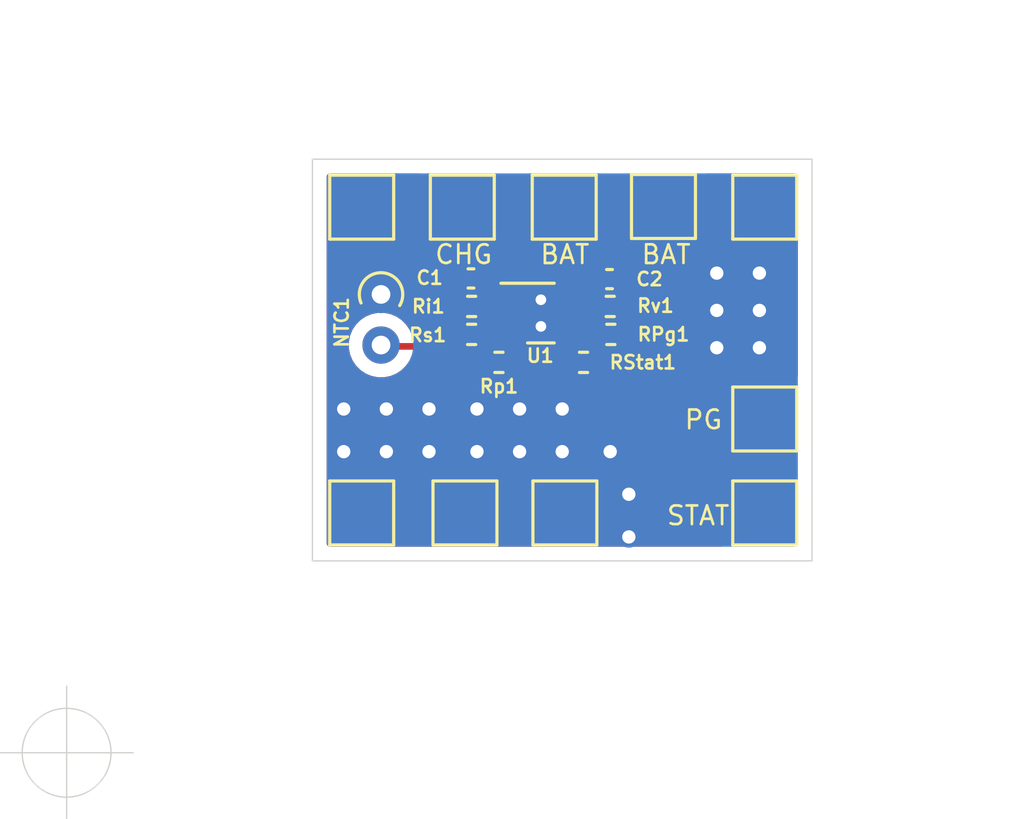
<source format=kicad_pcb>
(kicad_pcb (version 20171130) (host pcbnew "(5.1.8)-1")

  (general
    (thickness 1.6)
    (drawings 10)
    (tracks 97)
    (zones 0)
    (modules 20)
    (nets 12)
  )

  (page A4)
  (layers
    (0 F.Cu signal)
    (31 B.Cu signal)
    (32 B.Adhes user hide)
    (33 F.Adhes user hide)
    (34 B.Paste user)
    (35 F.Paste user)
    (36 B.SilkS user)
    (37 F.SilkS user)
    (38 B.Mask user hide)
    (39 F.Mask user hide)
    (40 Dwgs.User user hide)
    (41 Cmts.User user hide)
    (42 Eco1.User user hide)
    (43 Eco2.User user)
    (44 Edge.Cuts user)
    (45 Margin user hide)
    (46 B.CrtYd user hide)
    (47 F.CrtYd user hide)
    (48 B.Fab user hide)
    (49 F.Fab user hide)
  )

  (setup
    (last_trace_width 0.25)
    (trace_clearance 0.2)
    (zone_clearance 0.508)
    (zone_45_only no)
    (trace_min 0.2)
    (via_size 0.8)
    (via_drill 0.4)
    (via_min_size 0.4)
    (via_min_drill 0.3)
    (uvia_size 0.3)
    (uvia_drill 0.1)
    (uvias_allowed no)
    (uvia_min_size 0.2)
    (uvia_min_drill 0.1)
    (edge_width 0.05)
    (segment_width 0.2)
    (pcb_text_width 0.3)
    (pcb_text_size 1.5 1.5)
    (mod_edge_width 0.12)
    (mod_text_size 1 1)
    (mod_text_width 0.15)
    (pad_size 0.6 0.6)
    (pad_drill 0.4)
    (pad_to_mask_clearance 0)
    (aux_axis_origin 136.8 100.2)
    (grid_origin 136.8 100.2)
    (visible_elements 7FFFFFFF)
    (pcbplotparams
      (layerselection 0x010fc_ffffffff)
      (usegerberextensions false)
      (usegerberattributes true)
      (usegerberadvancedattributes true)
      (creategerberjobfile true)
      (excludeedgelayer true)
      (linewidth 0.100000)
      (plotframeref false)
      (viasonmask false)
      (mode 1)
      (useauxorigin false)
      (hpglpennumber 1)
      (hpglpenspeed 20)
      (hpglpendiameter 15.000000)
      (psnegative false)
      (psa4output false)
      (plotreference true)
      (plotvalue true)
      (plotinvisibletext false)
      (padsonsilk false)
      (subtractmaskfromsilk false)
      (outputformat 1)
      (mirror false)
      (drillshape 0)
      (scaleselection 1)
      (outputdirectory "Output/"))
  )

  (net 0 "")
  (net 1 GND)
  (net 2 IN)
  (net 3 BAT)
  (net 4 "Net-(NTC1-Pad2)")
  (net 5 "Net-(Ri1-Pad1)")
  (net 6 "Net-(Rp1-Pad2)")
  (net 7 PG)
  (net 8 "Net-(RPg1-Pad1)")
  (net 9 STAT)
  (net 10 "Net-(RStat1-Pad1)")
  (net 11 "Net-(Rv1-Pad1)")

  (net_class Default "This is the default net class."
    (clearance 0.2)
    (trace_width 0.25)
    (via_dia 0.8)
    (via_drill 0.4)
    (uvia_dia 0.3)
    (uvia_drill 0.1)
    (add_net BAT)
    (add_net GND)
    (add_net IN)
    (add_net "Net-(NTC1-Pad2)")
    (add_net "Net-(RPg1-Pad1)")
    (add_net "Net-(RStat1-Pad1)")
    (add_net "Net-(Ri1-Pad1)")
    (add_net "Net-(Rp1-Pad2)")
    (add_net "Net-(Rv1-Pad1)")
    (add_net PG)
    (add_net STAT)
  )

  (module TestPoint:TestPoint_Pad_2.0x2.0mm (layer F.Cu) (tedit 5A0F774F) (tstamp 608878E8)
    (at 159.2 79.7)
    (descr "SMD rectangular pad as test Point, square 2.0mm side length")
    (tags "test point SMD pad rectangle square")
    (path /608C64A7)
    (attr virtual)
    (fp_text reference J9 (at 0 -1.998) (layer F.SilkS) hide
      (effects (font (size 1 1) (thickness 0.15)))
    )
    (fp_text value Conn_01x01 (at 0 2.05) (layer F.Fab)
      (effects (font (size 1 1) (thickness 0.15)))
    )
    (fp_line (start -1.2 -1.2) (end 1.2 -1.2) (layer F.SilkS) (width 0.12))
    (fp_line (start 1.2 -1.2) (end 1.2 1.2) (layer F.SilkS) (width 0.12))
    (fp_line (start 1.2 1.2) (end -1.2 1.2) (layer F.SilkS) (width 0.12))
    (fp_line (start -1.2 1.2) (end -1.2 -1.2) (layer F.SilkS) (width 0.12))
    (fp_line (start -1.5 -1.5) (end 1.5 -1.5) (layer F.CrtYd) (width 0.05))
    (fp_line (start -1.5 -1.5) (end -1.5 1.5) (layer F.CrtYd) (width 0.05))
    (fp_line (start 1.5 1.5) (end 1.5 -1.5) (layer F.CrtYd) (width 0.05))
    (fp_line (start 1.5 1.5) (end -1.5 1.5) (layer F.CrtYd) (width 0.05))
    (fp_text user %R (at 0 -2) (layer F.Fab)
      (effects (font (size 1 1) (thickness 0.15)))
    )
    (pad 1 smd rect (at 0 0) (size 2 2) (layers F.Cu F.Mask)
      (net 3 BAT))
  )

  (module TestPoint:TestPoint_Pad_2.0x2.0mm (layer F.Cu) (tedit 5A0F774F) (tstamp 608846AC)
    (at 155.475 79.725)
    (descr "SMD rectangular pad as test Point, square 2.0mm side length")
    (tags "test point SMD pad rectangle square")
    (path /6089823D)
    (attr virtual)
    (fp_text reference J1 (at 0.05 -3.05) (layer F.SilkS) hide
      (effects (font (size 1 1) (thickness 0.15)))
    )
    (fp_text value Conn_01x01 (at 0 2.05) (layer F.Fab)
      (effects (font (size 1 1) (thickness 0.15)))
    )
    (fp_line (start -1.2 -1.2) (end 1.2 -1.2) (layer F.SilkS) (width 0.12))
    (fp_line (start 1.2 -1.2) (end 1.2 1.2) (layer F.SilkS) (width 0.12))
    (fp_line (start 1.2 1.2) (end -1.2 1.2) (layer F.SilkS) (width 0.12))
    (fp_line (start -1.2 1.2) (end -1.2 -1.2) (layer F.SilkS) (width 0.12))
    (fp_line (start -1.5 -1.5) (end 1.5 -1.5) (layer F.CrtYd) (width 0.05))
    (fp_line (start -1.5 -1.5) (end -1.5 1.5) (layer F.CrtYd) (width 0.05))
    (fp_line (start 1.5 1.5) (end 1.5 -1.5) (layer F.CrtYd) (width 0.05))
    (fp_line (start 1.5 1.5) (end -1.5 1.5) (layer F.CrtYd) (width 0.05))
    (fp_text user %R (at 0 -2) (layer F.Fab)
      (effects (font (size 1 1) (thickness 0.15)))
    )
    (pad 1 smd rect (at 0 0) (size 2 2) (layers F.Cu F.Mask)
      (net 3 BAT))
  )

  (module TestPoint:TestPoint_Pad_2.0x2.0mm (layer F.Cu) (tedit 5A0F774F) (tstamp 60885293)
    (at 147.875 79.725)
    (descr "SMD rectangular pad as test Point, square 2.0mm side length")
    (tags "test point SMD pad rectangle square")
    (path /6089DA15)
    (attr virtual)
    (fp_text reference J5 (at -0.475 -2.9) (layer F.SilkS) hide
      (effects (font (size 1 1) (thickness 0.15)))
    )
    (fp_text value Conn_01x01 (at 0 2.05) (layer F.Fab)
      (effects (font (size 1 1) (thickness 0.15)))
    )
    (fp_line (start 1.5 1.5) (end -1.5 1.5) (layer F.CrtYd) (width 0.05))
    (fp_line (start 1.5 1.5) (end 1.5 -1.5) (layer F.CrtYd) (width 0.05))
    (fp_line (start -1.5 -1.5) (end -1.5 1.5) (layer F.CrtYd) (width 0.05))
    (fp_line (start -1.5 -1.5) (end 1.5 -1.5) (layer F.CrtYd) (width 0.05))
    (fp_line (start -1.2 1.2) (end -1.2 -1.2) (layer F.SilkS) (width 0.12))
    (fp_line (start 1.2 1.2) (end -1.2 1.2) (layer F.SilkS) (width 0.12))
    (fp_line (start 1.2 -1.2) (end 1.2 1.2) (layer F.SilkS) (width 0.12))
    (fp_line (start -1.2 -1.2) (end 1.2 -1.2) (layer F.SilkS) (width 0.12))
    (fp_text user %R (at 0 -2) (layer F.Fab)
      (effects (font (size 1 1) (thickness 0.15)))
    )
    (pad 1 smd rect (at 0 0) (size 2 2) (layers F.Cu F.Mask)
      (net 1 GND))
  )

  (module TestPoint:TestPoint_Pad_2.0x2.0mm (layer F.Cu) (tedit 5A0F774F) (tstamp 60885155)
    (at 151.65 79.725)
    (descr "SMD rectangular pad as test Point, square 2.0mm side length")
    (tags "test point SMD pad rectangle square")
    (path /608A61E7)
    (attr virtual)
    (fp_text reference J8 (at 0 -1.998) (layer F.SilkS) hide
      (effects (font (size 1 1) (thickness 0.15)))
    )
    (fp_text value Conn_01x01 (at 0 2.05) (layer F.Fab)
      (effects (font (size 1 1) (thickness 0.15)))
    )
    (fp_line (start -1.2 -1.2) (end 1.2 -1.2) (layer F.SilkS) (width 0.12))
    (fp_line (start 1.2 -1.2) (end 1.2 1.2) (layer F.SilkS) (width 0.12))
    (fp_line (start 1.2 1.2) (end -1.2 1.2) (layer F.SilkS) (width 0.12))
    (fp_line (start -1.2 1.2) (end -1.2 -1.2) (layer F.SilkS) (width 0.12))
    (fp_line (start -1.5 -1.5) (end 1.5 -1.5) (layer F.CrtYd) (width 0.05))
    (fp_line (start -1.5 -1.5) (end -1.5 1.5) (layer F.CrtYd) (width 0.05))
    (fp_line (start 1.5 1.5) (end 1.5 -1.5) (layer F.CrtYd) (width 0.05))
    (fp_line (start 1.5 1.5) (end -1.5 1.5) (layer F.CrtYd) (width 0.05))
    (fp_text user %R (at 0 -2) (layer F.Fab)
      (effects (font (size 1 1) (thickness 0.15)))
    )
    (pad 1 smd rect (at 0 0) (size 2 2) (layers F.Cu F.Mask)
      (net 2 IN))
  )

  (module TestPoint:TestPoint_Pad_2.0x2.0mm (layer F.Cu) (tedit 5A0F774F) (tstamp 60884700)
    (at 151.75 91.2)
    (descr "SMD rectangular pad as test Point, square 2.0mm side length")
    (tags "test point SMD pad rectangle square")
    (path /6089E377)
    (attr virtual)
    (fp_text reference J7 (at 0 -1.998) (layer F.SilkS) hide
      (effects (font (size 1 1) (thickness 0.15)))
    )
    (fp_text value Conn_01x01 (at 0 2.05) (layer F.Fab)
      (effects (font (size 1 1) (thickness 0.15)))
    )
    (fp_line (start -1.2 -1.2) (end 1.2 -1.2) (layer F.SilkS) (width 0.12))
    (fp_line (start 1.2 -1.2) (end 1.2 1.2) (layer F.SilkS) (width 0.12))
    (fp_line (start 1.2 1.2) (end -1.2 1.2) (layer F.SilkS) (width 0.12))
    (fp_line (start -1.2 1.2) (end -1.2 -1.2) (layer F.SilkS) (width 0.12))
    (fp_line (start -1.5 -1.5) (end 1.5 -1.5) (layer F.CrtYd) (width 0.05))
    (fp_line (start -1.5 -1.5) (end -1.5 1.5) (layer F.CrtYd) (width 0.05))
    (fp_line (start 1.5 1.5) (end 1.5 -1.5) (layer F.CrtYd) (width 0.05))
    (fp_line (start 1.5 1.5) (end -1.5 1.5) (layer F.CrtYd) (width 0.05))
    (fp_text user %R (at 0 -2) (layer F.Fab)
      (effects (font (size 1 1) (thickness 0.15)))
    )
    (pad 1 smd rect (at 0 0) (size 2 2) (layers F.Cu F.Mask)
      (net 1 GND))
  )

  (module TestPoint:TestPoint_Pad_2.0x2.0mm (layer F.Cu) (tedit 5A0F774F) (tstamp 608846F2)
    (at 147.875 91.2)
    (descr "SMD rectangular pad as test Point, square 2.0mm side length")
    (tags "test point SMD pad rectangle square")
    (path /6089DF0C)
    (attr virtual)
    (fp_text reference J6 (at 0 -1.998) (layer F.SilkS) hide
      (effects (font (size 1 1) (thickness 0.15)))
    )
    (fp_text value Conn_01x01 (at 0 2.05) (layer F.Fab)
      (effects (font (size 1 1) (thickness 0.15)))
    )
    (fp_line (start -1.2 -1.2) (end 1.2 -1.2) (layer F.SilkS) (width 0.12))
    (fp_line (start 1.2 -1.2) (end 1.2 1.2) (layer F.SilkS) (width 0.12))
    (fp_line (start 1.2 1.2) (end -1.2 1.2) (layer F.SilkS) (width 0.12))
    (fp_line (start -1.2 1.2) (end -1.2 -1.2) (layer F.SilkS) (width 0.12))
    (fp_line (start -1.5 -1.5) (end 1.5 -1.5) (layer F.CrtYd) (width 0.05))
    (fp_line (start -1.5 -1.5) (end -1.5 1.5) (layer F.CrtYd) (width 0.05))
    (fp_line (start 1.5 1.5) (end 1.5 -1.5) (layer F.CrtYd) (width 0.05))
    (fp_line (start 1.5 1.5) (end -1.5 1.5) (layer F.CrtYd) (width 0.05))
    (fp_text user %R (at 0 -2) (layer F.Fab)
      (effects (font (size 1 1) (thickness 0.15)))
    )
    (pad 1 smd rect (at 0 0) (size 2 2) (layers F.Cu F.Mask)
      (net 1 GND))
  )

  (module TestPoint:TestPoint_Pad_2.0x2.0mm (layer F.Cu) (tedit 5A0F774F) (tstamp 608846E4)
    (at 163 79.725)
    (descr "SMD rectangular pad as test Point, square 2.0mm side length")
    (tags "test point SMD pad rectangle square")
    (path /6089DA15)
    (attr virtual)
    (fp_text reference J5 (at -0.475 -2.9) (layer F.SilkS) hide
      (effects (font (size 1 1) (thickness 0.15)))
    )
    (fp_text value Conn_01x01 (at 0 2.05) (layer F.Fab)
      (effects (font (size 1 1) (thickness 0.15)))
    )
    (fp_line (start -1.2 -1.2) (end 1.2 -1.2) (layer F.SilkS) (width 0.12))
    (fp_line (start 1.2 -1.2) (end 1.2 1.2) (layer F.SilkS) (width 0.12))
    (fp_line (start 1.2 1.2) (end -1.2 1.2) (layer F.SilkS) (width 0.12))
    (fp_line (start -1.2 1.2) (end -1.2 -1.2) (layer F.SilkS) (width 0.12))
    (fp_line (start -1.5 -1.5) (end 1.5 -1.5) (layer F.CrtYd) (width 0.05))
    (fp_line (start -1.5 -1.5) (end -1.5 1.5) (layer F.CrtYd) (width 0.05))
    (fp_line (start 1.5 1.5) (end 1.5 -1.5) (layer F.CrtYd) (width 0.05))
    (fp_line (start 1.5 1.5) (end -1.5 1.5) (layer F.CrtYd) (width 0.05))
    (fp_text user %R (at 0 -2) (layer F.Fab)
      (effects (font (size 1 1) (thickness 0.15)))
    )
    (pad 1 smd rect (at 0 0) (size 2 2) (layers F.Cu F.Mask)
      (net 1 GND))
  )

  (module TestPoint:TestPoint_Pad_2.0x2.0mm (layer F.Cu) (tedit 5A0F774F) (tstamp 608846D6)
    (at 155.5 91.2)
    (descr "SMD rectangular pad as test Point, square 2.0mm side length")
    (tags "test point SMD pad rectangle square")
    (path /6089D1FC)
    (attr virtual)
    (fp_text reference J4 (at 0 -1.998) (layer F.SilkS) hide
      (effects (font (size 1 1) (thickness 0.15)))
    )
    (fp_text value Conn_01x01 (at 0 2.05) (layer F.Fab)
      (effects (font (size 1 1) (thickness 0.15)))
    )
    (fp_line (start -1.2 -1.2) (end 1.2 -1.2) (layer F.SilkS) (width 0.12))
    (fp_line (start 1.2 -1.2) (end 1.2 1.2) (layer F.SilkS) (width 0.12))
    (fp_line (start 1.2 1.2) (end -1.2 1.2) (layer F.SilkS) (width 0.12))
    (fp_line (start -1.2 1.2) (end -1.2 -1.2) (layer F.SilkS) (width 0.12))
    (fp_line (start -1.5 -1.5) (end 1.5 -1.5) (layer F.CrtYd) (width 0.05))
    (fp_line (start -1.5 -1.5) (end -1.5 1.5) (layer F.CrtYd) (width 0.05))
    (fp_line (start 1.5 1.5) (end 1.5 -1.5) (layer F.CrtYd) (width 0.05))
    (fp_line (start 1.5 1.5) (end -1.5 1.5) (layer F.CrtYd) (width 0.05))
    (fp_text user %R (at 0 -2) (layer F.Fab)
      (effects (font (size 1 1) (thickness 0.15)))
    )
    (pad 1 smd rect (at 0 0) (size 2 2) (layers F.Cu F.Mask)
      (net 1 GND))
  )

  (module TestPoint:TestPoint_Pad_2.0x2.0mm (layer F.Cu) (tedit 5A0F774F) (tstamp 608846C8)
    (at 163 87.675)
    (descr "SMD rectangular pad as test Point, square 2.0mm side length")
    (tags "test point SMD pad rectangle square")
    (path /6089A24F)
    (attr virtual)
    (fp_text reference J3 (at 0 -1.998) (layer F.SilkS) hide
      (effects (font (size 1 1) (thickness 0.15)))
    )
    (fp_text value Conn_01x01 (at 0 2.05) (layer F.Fab)
      (effects (font (size 1 1) (thickness 0.15)))
    )
    (fp_line (start -1.2 -1.2) (end 1.2 -1.2) (layer F.SilkS) (width 0.12))
    (fp_line (start 1.2 -1.2) (end 1.2 1.2) (layer F.SilkS) (width 0.12))
    (fp_line (start 1.2 1.2) (end -1.2 1.2) (layer F.SilkS) (width 0.12))
    (fp_line (start -1.2 1.2) (end -1.2 -1.2) (layer F.SilkS) (width 0.12))
    (fp_line (start -1.5 -1.5) (end 1.5 -1.5) (layer F.CrtYd) (width 0.05))
    (fp_line (start -1.5 -1.5) (end -1.5 1.5) (layer F.CrtYd) (width 0.05))
    (fp_line (start 1.5 1.5) (end 1.5 -1.5) (layer F.CrtYd) (width 0.05))
    (fp_line (start 1.5 1.5) (end -1.5 1.5) (layer F.CrtYd) (width 0.05))
    (fp_text user %R (at 0 -2) (layer F.Fab)
      (effects (font (size 1 1) (thickness 0.15)))
    )
    (pad 1 smd rect (at 0 0) (size 2 2) (layers F.Cu F.Mask)
      (net 7 PG))
  )

  (module TestPoint:TestPoint_Pad_2.0x2.0mm (layer F.Cu) (tedit 5A0F774F) (tstamp 608846BA)
    (at 163 91.2)
    (descr "SMD rectangular pad as test Point, square 2.0mm side length")
    (tags "test point SMD pad rectangle square")
    (path /60899C04)
    (attr virtual)
    (fp_text reference J2 (at 0 -1.998) (layer F.SilkS) hide
      (effects (font (size 1 1) (thickness 0.15)))
    )
    (fp_text value Conn_01x01 (at 0 2.05) (layer F.Fab)
      (effects (font (size 1 1) (thickness 0.15)))
    )
    (fp_line (start -1.2 -1.2) (end 1.2 -1.2) (layer F.SilkS) (width 0.12))
    (fp_line (start 1.2 -1.2) (end 1.2 1.2) (layer F.SilkS) (width 0.12))
    (fp_line (start 1.2 1.2) (end -1.2 1.2) (layer F.SilkS) (width 0.12))
    (fp_line (start -1.2 1.2) (end -1.2 -1.2) (layer F.SilkS) (width 0.12))
    (fp_line (start -1.5 -1.5) (end 1.5 -1.5) (layer F.CrtYd) (width 0.05))
    (fp_line (start -1.5 -1.5) (end -1.5 1.5) (layer F.CrtYd) (width 0.05))
    (fp_line (start 1.5 1.5) (end 1.5 -1.5) (layer F.CrtYd) (width 0.05))
    (fp_line (start 1.5 1.5) (end -1.5 1.5) (layer F.CrtYd) (width 0.05))
    (fp_text user %R (at 0 -2) (layer F.Fab)
      (effects (font (size 1 1) (thickness 0.15)))
    )
    (pad 1 smd rect (at 0 0) (size 2 2) (layers F.Cu F.Mask)
      (net 9 STAT))
  )

  (module Resistor_SMD:R_0402_1005Metric (layer F.Cu) (tedit 5F68FEEE) (tstamp 6087BE6F)
    (at 157.2 83.45)
    (descr "Resistor SMD 0402 (1005 Metric), square (rectangular) end terminal, IPC_7351 nominal, (Body size source: IPC-SM-782 page 72, https://www.pcb-3d.com/wordpress/wp-content/uploads/ipc-sm-782a_amendment_1_and_2.pdf), generated with kicad-footprint-generator")
    (tags resistor)
    (path /6087C9CF)
    (attr smd)
    (fp_text reference Rv1 (at 1.7 -0.025 180) (layer F.SilkS)
      (effects (font (size 0.5 0.5) (thickness 0.1)))
    )
    (fp_text value 27K (at 0 1.17) (layer F.Fab)
      (effects (font (size 1 1) (thickness 0.15)))
    )
    (fp_line (start -0.525 0.27) (end -0.525 -0.27) (layer F.Fab) (width 0.1))
    (fp_line (start -0.525 -0.27) (end 0.525 -0.27) (layer F.Fab) (width 0.1))
    (fp_line (start 0.525 -0.27) (end 0.525 0.27) (layer F.Fab) (width 0.1))
    (fp_line (start 0.525 0.27) (end -0.525 0.27) (layer F.Fab) (width 0.1))
    (fp_line (start -0.153641 -0.38) (end 0.153641 -0.38) (layer F.SilkS) (width 0.12))
    (fp_line (start -0.153641 0.38) (end 0.153641 0.38) (layer F.SilkS) (width 0.12))
    (fp_line (start -0.93 0.47) (end -0.93 -0.47) (layer F.CrtYd) (width 0.05))
    (fp_line (start -0.93 -0.47) (end 0.93 -0.47) (layer F.CrtYd) (width 0.05))
    (fp_line (start 0.93 -0.47) (end 0.93 0.47) (layer F.CrtYd) (width 0.05))
    (fp_line (start 0.93 0.47) (end -0.93 0.47) (layer F.CrtYd) (width 0.05))
    (fp_text user %R (at 0 0) (layer F.Fab)
      (effects (font (size 0.26 0.26) (thickness 0.04)))
    )
    (pad 2 smd roundrect (at 0.51 0) (size 0.54 0.64) (layers F.Cu F.Paste F.Mask) (roundrect_rratio 0.25)
      (net 1 GND))
    (pad 1 smd roundrect (at -0.51 0) (size 0.54 0.64) (layers F.Cu F.Paste F.Mask) (roundrect_rratio 0.25)
      (net 11 "Net-(Rv1-Pad1)"))
    (model ${KISYS3DMOD}/Resistor_SMD.3dshapes/R_0402_1005Metric.wrl
      (at (xyz 0 0 0))
      (scale (xyz 1 1 1))
      (rotate (xyz 0 0 0))
    )
  )

  (module Resistor_SMD:R_0402_1005Metric (layer F.Cu) (tedit 5F68FEEE) (tstamp 6087BE5E)
    (at 156.2 85.55)
    (descr "Resistor SMD 0402 (1005 Metric), square (rectangular) end terminal, IPC_7351 nominal, (Body size source: IPC-SM-782 page 72, https://www.pcb-3d.com/wordpress/wp-content/uploads/ipc-sm-782a_amendment_1_and_2.pdf), generated with kicad-footprint-generator")
    (tags resistor)
    (path /608803DB)
    (attr smd)
    (fp_text reference RStat1 (at 2.225 0) (layer F.SilkS)
      (effects (font (size 0.5 0.5) (thickness 0.1)))
    )
    (fp_text value 10K (at 0 1.17) (layer F.Fab)
      (effects (font (size 1 1) (thickness 0.15)))
    )
    (fp_line (start -0.525 0.27) (end -0.525 -0.27) (layer F.Fab) (width 0.1))
    (fp_line (start -0.525 -0.27) (end 0.525 -0.27) (layer F.Fab) (width 0.1))
    (fp_line (start 0.525 -0.27) (end 0.525 0.27) (layer F.Fab) (width 0.1))
    (fp_line (start 0.525 0.27) (end -0.525 0.27) (layer F.Fab) (width 0.1))
    (fp_line (start -0.153641 -0.38) (end 0.153641 -0.38) (layer F.SilkS) (width 0.12))
    (fp_line (start -0.153641 0.38) (end 0.153641 0.38) (layer F.SilkS) (width 0.12))
    (fp_line (start -0.93 0.47) (end -0.93 -0.47) (layer F.CrtYd) (width 0.05))
    (fp_line (start -0.93 -0.47) (end 0.93 -0.47) (layer F.CrtYd) (width 0.05))
    (fp_line (start 0.93 -0.47) (end 0.93 0.47) (layer F.CrtYd) (width 0.05))
    (fp_line (start 0.93 0.47) (end -0.93 0.47) (layer F.CrtYd) (width 0.05))
    (fp_text user %R (at 0 0) (layer F.Fab)
      (effects (font (size 0.26 0.26) (thickness 0.04)))
    )
    (pad 2 smd roundrect (at 0.51 0) (size 0.54 0.64) (layers F.Cu F.Paste F.Mask) (roundrect_rratio 0.25)
      (net 9 STAT))
    (pad 1 smd roundrect (at -0.51 0) (size 0.54 0.64) (layers F.Cu F.Paste F.Mask) (roundrect_rratio 0.25)
      (net 10 "Net-(RStat1-Pad1)"))
    (model ${KISYS3DMOD}/Resistor_SMD.3dshapes/R_0402_1005Metric.wrl
      (at (xyz 0 0 0))
      (scale (xyz 1 1 1))
      (rotate (xyz 0 0 0))
    )
  )

  (module Resistor_SMD:R_0402_1005Metric (layer F.Cu) (tedit 5F68FEEE) (tstamp 6087BE4D)
    (at 152 84.5)
    (descr "Resistor SMD 0402 (1005 Metric), square (rectangular) end terminal, IPC_7351 nominal, (Body size source: IPC-SM-782 page 72, https://www.pcb-3d.com/wordpress/wp-content/uploads/ipc-sm-782a_amendment_1_and_2.pdf), generated with kicad-footprint-generator")
    (tags resistor)
    (path /60883111)
    (attr smd)
    (fp_text reference Rs1 (at -1.65 0.025 180) (layer F.SilkS)
      (effects (font (size 0.5 0.5) (thickness 0.1)))
    )
    (fp_text value 1.9k (at 0 1.17) (layer F.Fab)
      (effects (font (size 1 1) (thickness 0.15)))
    )
    (fp_line (start -0.525 0.27) (end -0.525 -0.27) (layer F.Fab) (width 0.1))
    (fp_line (start -0.525 -0.27) (end 0.525 -0.27) (layer F.Fab) (width 0.1))
    (fp_line (start 0.525 -0.27) (end 0.525 0.27) (layer F.Fab) (width 0.1))
    (fp_line (start 0.525 0.27) (end -0.525 0.27) (layer F.Fab) (width 0.1))
    (fp_line (start -0.153641 -0.38) (end 0.153641 -0.38) (layer F.SilkS) (width 0.12))
    (fp_line (start -0.153641 0.38) (end 0.153641 0.38) (layer F.SilkS) (width 0.12))
    (fp_line (start -0.93 0.47) (end -0.93 -0.47) (layer F.CrtYd) (width 0.05))
    (fp_line (start -0.93 -0.47) (end 0.93 -0.47) (layer F.CrtYd) (width 0.05))
    (fp_line (start 0.93 -0.47) (end 0.93 0.47) (layer F.CrtYd) (width 0.05))
    (fp_line (start 0.93 0.47) (end -0.93 0.47) (layer F.CrtYd) (width 0.05))
    (fp_text user %R (at 0 0) (layer F.Fab)
      (effects (font (size 0.26 0.26) (thickness 0.04)))
    )
    (pad 2 smd roundrect (at 0.51 0) (size 0.54 0.64) (layers F.Cu F.Paste F.Mask) (roundrect_rratio 0.25)
      (net 6 "Net-(Rp1-Pad2)"))
    (pad 1 smd roundrect (at -0.51 0) (size 0.54 0.64) (layers F.Cu F.Paste F.Mask) (roundrect_rratio 0.25)
      (net 4 "Net-(NTC1-Pad2)"))
    (model ${KISYS3DMOD}/Resistor_SMD.3dshapes/R_0402_1005Metric.wrl
      (at (xyz 0 0 0))
      (scale (xyz 1 1 1))
      (rotate (xyz 0 0 0))
    )
  )

  (module Resistor_SMD:R_0402_1005Metric (layer F.Cu) (tedit 5F68FEEE) (tstamp 6087BE3C)
    (at 157.225 84.5)
    (descr "Resistor SMD 0402 (1005 Metric), square (rectangular) end terminal, IPC_7351 nominal, (Body size source: IPC-SM-782 page 72, https://www.pcb-3d.com/wordpress/wp-content/uploads/ipc-sm-782a_amendment_1_and_2.pdf), generated with kicad-footprint-generator")
    (tags resistor)
    (path /6088077E)
    (attr smd)
    (fp_text reference RPg1 (at 1.975 0) (layer F.SilkS)
      (effects (font (size 0.5 0.5) (thickness 0.1)))
    )
    (fp_text value 10K (at 0 1.17) (layer F.Fab)
      (effects (font (size 1 1) (thickness 0.15)))
    )
    (fp_line (start -0.525 0.27) (end -0.525 -0.27) (layer F.Fab) (width 0.1))
    (fp_line (start -0.525 -0.27) (end 0.525 -0.27) (layer F.Fab) (width 0.1))
    (fp_line (start 0.525 -0.27) (end 0.525 0.27) (layer F.Fab) (width 0.1))
    (fp_line (start 0.525 0.27) (end -0.525 0.27) (layer F.Fab) (width 0.1))
    (fp_line (start -0.153641 -0.38) (end 0.153641 -0.38) (layer F.SilkS) (width 0.12))
    (fp_line (start -0.153641 0.38) (end 0.153641 0.38) (layer F.SilkS) (width 0.12))
    (fp_line (start -0.93 0.47) (end -0.93 -0.47) (layer F.CrtYd) (width 0.05))
    (fp_line (start -0.93 -0.47) (end 0.93 -0.47) (layer F.CrtYd) (width 0.05))
    (fp_line (start 0.93 -0.47) (end 0.93 0.47) (layer F.CrtYd) (width 0.05))
    (fp_line (start 0.93 0.47) (end -0.93 0.47) (layer F.CrtYd) (width 0.05))
    (fp_text user %R (at 0 0) (layer F.Fab)
      (effects (font (size 0.26 0.26) (thickness 0.04)))
    )
    (pad 2 smd roundrect (at 0.51 0) (size 0.54 0.64) (layers F.Cu F.Paste F.Mask) (roundrect_rratio 0.25)
      (net 7 PG))
    (pad 1 smd roundrect (at -0.51 0) (size 0.54 0.64) (layers F.Cu F.Paste F.Mask) (roundrect_rratio 0.25)
      (net 8 "Net-(RPg1-Pad1)"))
    (model ${KISYS3DMOD}/Resistor_SMD.3dshapes/R_0402_1005Metric.wrl
      (at (xyz 0 0 0))
      (scale (xyz 1 1 1))
      (rotate (xyz 0 0 0))
    )
  )

  (module Resistor_SMD:R_0402_1005Metric (layer F.Cu) (tedit 5F68FEEE) (tstamp 6087BE2B)
    (at 153.025 85.55 180)
    (descr "Resistor SMD 0402 (1005 Metric), square (rectangular) end terminal, IPC_7351 nominal, (Body size source: IPC-SM-782 page 72, https://www.pcb-3d.com/wordpress/wp-content/uploads/ipc-sm-782a_amendment_1_and_2.pdf), generated with kicad-footprint-generator")
    (tags resistor)
    (path /60886AC0)
    (attr smd)
    (fp_text reference Rp1 (at 0 -0.9) (layer F.SilkS)
      (effects (font (size 0.5 0.5) (thickness 0.1)))
    )
    (fp_text value 400k (at 0 1.17) (layer F.Fab)
      (effects (font (size 1 1) (thickness 0.15)))
    )
    (fp_line (start -0.525 0.27) (end -0.525 -0.27) (layer F.Fab) (width 0.1))
    (fp_line (start -0.525 -0.27) (end 0.525 -0.27) (layer F.Fab) (width 0.1))
    (fp_line (start 0.525 -0.27) (end 0.525 0.27) (layer F.Fab) (width 0.1))
    (fp_line (start 0.525 0.27) (end -0.525 0.27) (layer F.Fab) (width 0.1))
    (fp_line (start -0.153641 -0.38) (end 0.153641 -0.38) (layer F.SilkS) (width 0.12))
    (fp_line (start -0.153641 0.38) (end 0.153641 0.38) (layer F.SilkS) (width 0.12))
    (fp_line (start -0.93 0.47) (end -0.93 -0.47) (layer F.CrtYd) (width 0.05))
    (fp_line (start -0.93 -0.47) (end 0.93 -0.47) (layer F.CrtYd) (width 0.05))
    (fp_line (start 0.93 -0.47) (end 0.93 0.47) (layer F.CrtYd) (width 0.05))
    (fp_line (start 0.93 0.47) (end -0.93 0.47) (layer F.CrtYd) (width 0.05))
    (fp_text user %R (at 0 0) (layer F.Fab)
      (effects (font (size 0.26 0.26) (thickness 0.04)))
    )
    (pad 2 smd roundrect (at 0.51 0 180) (size 0.54 0.64) (layers F.Cu F.Paste F.Mask) (roundrect_rratio 0.25)
      (net 6 "Net-(Rp1-Pad2)"))
    (pad 1 smd roundrect (at -0.51 0 180) (size 0.54 0.64) (layers F.Cu F.Paste F.Mask) (roundrect_rratio 0.25)
      (net 1 GND))
    (model ${KISYS3DMOD}/Resistor_SMD.3dshapes/R_0402_1005Metric.wrl
      (at (xyz 0 0 0))
      (scale (xyz 1 1 1))
      (rotate (xyz 0 0 0))
    )
  )

  (module Resistor_SMD:R_0402_1005Metric (layer F.Cu) (tedit 5F68FEEE) (tstamp 6087BE1A)
    (at 152 83.45 180)
    (descr "Resistor SMD 0402 (1005 Metric), square (rectangular) end terminal, IPC_7351 nominal, (Body size source: IPC-SM-782 page 72, https://www.pcb-3d.com/wordpress/wp-content/uploads/ipc-sm-782a_amendment_1_and_2.pdf), generated with kicad-footprint-generator")
    (tags resistor)
    (path /6087CB85)
    (attr smd)
    (fp_text reference Ri1 (at 1.625 0 180) (layer F.SilkS)
      (effects (font (size 0.5 0.5) (thickness 0.1)))
    )
    (fp_text value 600R (at 0 1.17) (layer F.Fab)
      (effects (font (size 1 1) (thickness 0.15)))
    )
    (fp_line (start -0.525 0.27) (end -0.525 -0.27) (layer F.Fab) (width 0.1))
    (fp_line (start -0.525 -0.27) (end 0.525 -0.27) (layer F.Fab) (width 0.1))
    (fp_line (start 0.525 -0.27) (end 0.525 0.27) (layer F.Fab) (width 0.1))
    (fp_line (start 0.525 0.27) (end -0.525 0.27) (layer F.Fab) (width 0.1))
    (fp_line (start -0.153641 -0.38) (end 0.153641 -0.38) (layer F.SilkS) (width 0.12))
    (fp_line (start -0.153641 0.38) (end 0.153641 0.38) (layer F.SilkS) (width 0.12))
    (fp_line (start -0.93 0.47) (end -0.93 -0.47) (layer F.CrtYd) (width 0.05))
    (fp_line (start -0.93 -0.47) (end 0.93 -0.47) (layer F.CrtYd) (width 0.05))
    (fp_line (start 0.93 -0.47) (end 0.93 0.47) (layer F.CrtYd) (width 0.05))
    (fp_line (start 0.93 0.47) (end -0.93 0.47) (layer F.CrtYd) (width 0.05))
    (fp_text user %R (at 0 0) (layer F.Fab)
      (effects (font (size 0.26 0.26) (thickness 0.04)))
    )
    (pad 2 smd roundrect (at 0.51 0 180) (size 0.54 0.64) (layers F.Cu F.Paste F.Mask) (roundrect_rratio 0.25)
      (net 1 GND))
    (pad 1 smd roundrect (at -0.51 0 180) (size 0.54 0.64) (layers F.Cu F.Paste F.Mask) (roundrect_rratio 0.25)
      (net 5 "Net-(Ri1-Pad1)"))
    (model ${KISYS3DMOD}/Resistor_SMD.3dshapes/R_0402_1005Metric.wrl
      (at (xyz 0 0 0))
      (scale (xyz 1 1 1))
      (rotate (xyz 0 0 0))
    )
  )

  (module Capacitor_SMD:C_0402_1005Metric (layer F.Cu) (tedit 5F68FEEE) (tstamp 6087BDFB)
    (at 157.175 82.425 180)
    (descr "Capacitor SMD 0402 (1005 Metric), square (rectangular) end terminal, IPC_7351 nominal, (Body size source: IPC-SM-782 page 76, https://www.pcb-3d.com/wordpress/wp-content/uploads/ipc-sm-782a_amendment_1_and_2.pdf), generated with kicad-footprint-generator")
    (tags capacitor)
    (path /6087F38E)
    (attr smd)
    (fp_text reference C2 (at -1.5 0) (layer F.SilkS)
      (effects (font (size 0.5 0.5) (thickness 0.1)))
    )
    (fp_text value 1uF (at 0 1.16) (layer F.Fab)
      (effects (font (size 1 1) (thickness 0.15)))
    )
    (fp_line (start -0.5 0.25) (end -0.5 -0.25) (layer F.Fab) (width 0.1))
    (fp_line (start -0.5 -0.25) (end 0.5 -0.25) (layer F.Fab) (width 0.1))
    (fp_line (start 0.5 -0.25) (end 0.5 0.25) (layer F.Fab) (width 0.1))
    (fp_line (start 0.5 0.25) (end -0.5 0.25) (layer F.Fab) (width 0.1))
    (fp_line (start -0.107836 -0.36) (end 0.107836 -0.36) (layer F.SilkS) (width 0.12))
    (fp_line (start -0.107836 0.36) (end 0.107836 0.36) (layer F.SilkS) (width 0.12))
    (fp_line (start -0.91 0.46) (end -0.91 -0.46) (layer F.CrtYd) (width 0.05))
    (fp_line (start -0.91 -0.46) (end 0.91 -0.46) (layer F.CrtYd) (width 0.05))
    (fp_line (start 0.91 -0.46) (end 0.91 0.46) (layer F.CrtYd) (width 0.05))
    (fp_line (start 0.91 0.46) (end -0.91 0.46) (layer F.CrtYd) (width 0.05))
    (fp_text user %R (at 0 0) (layer F.Fab)
      (effects (font (size 0.25 0.25) (thickness 0.04)))
    )
    (pad 2 smd roundrect (at 0.48 0 180) (size 0.56 0.62) (layers F.Cu F.Paste F.Mask) (roundrect_rratio 0.25)
      (net 3 BAT))
    (pad 1 smd roundrect (at -0.48 0 180) (size 0.56 0.62) (layers F.Cu F.Paste F.Mask) (roundrect_rratio 0.25)
      (net 1 GND))
    (model ${KISYS3DMOD}/Capacitor_SMD.3dshapes/C_0402_1005Metric.wrl
      (at (xyz 0 0 0))
      (scale (xyz 1 1 1))
      (rotate (xyz 0 0 0))
    )
  )

  (module Capacitor_SMD:C_0402_1005Metric (layer F.Cu) (tedit 5F68FEEE) (tstamp 6087BDEA)
    (at 151.975 82.4 180)
    (descr "Capacitor SMD 0402 (1005 Metric), square (rectangular) end terminal, IPC_7351 nominal, (Body size source: IPC-SM-782 page 76, https://www.pcb-3d.com/wordpress/wp-content/uploads/ipc-sm-782a_amendment_1_and_2.pdf), generated with kicad-footprint-generator")
    (tags capacitor)
    (path /6087C1AC)
    (attr smd)
    (fp_text reference C1 (at 1.55 0.025) (layer F.SilkS)
      (effects (font (size 0.5 0.5) (thickness 0.1)))
    )
    (fp_text value 1uF (at 0 1.16) (layer F.Fab)
      (effects (font (size 1 1) (thickness 0.15)))
    )
    (fp_line (start -0.5 0.25) (end -0.5 -0.25) (layer F.Fab) (width 0.1))
    (fp_line (start -0.5 -0.25) (end 0.5 -0.25) (layer F.Fab) (width 0.1))
    (fp_line (start 0.5 -0.25) (end 0.5 0.25) (layer F.Fab) (width 0.1))
    (fp_line (start 0.5 0.25) (end -0.5 0.25) (layer F.Fab) (width 0.1))
    (fp_line (start -0.107836 -0.36) (end 0.107836 -0.36) (layer F.SilkS) (width 0.12))
    (fp_line (start -0.107836 0.36) (end 0.107836 0.36) (layer F.SilkS) (width 0.12))
    (fp_line (start -0.91 0.46) (end -0.91 -0.46) (layer F.CrtYd) (width 0.05))
    (fp_line (start -0.91 -0.46) (end 0.91 -0.46) (layer F.CrtYd) (width 0.05))
    (fp_line (start 0.91 -0.46) (end 0.91 0.46) (layer F.CrtYd) (width 0.05))
    (fp_line (start 0.91 0.46) (end -0.91 0.46) (layer F.CrtYd) (width 0.05))
    (fp_text user %R (at 0 0) (layer F.Fab)
      (effects (font (size 0.25 0.25) (thickness 0.04)))
    )
    (pad 2 smd roundrect (at 0.48 0 180) (size 0.56 0.62) (layers F.Cu F.Paste F.Mask) (roundrect_rratio 0.25)
      (net 1 GND))
    (pad 1 smd roundrect (at -0.48 0 180) (size 0.56 0.62) (layers F.Cu F.Paste F.Mask) (roundrect_rratio 0.25)
      (net 2 IN))
    (model ${KISYS3DMOD}/Capacitor_SMD.3dshapes/C_0402_1005Metric.wrl
      (at (xyz 0 0 0))
      (scale (xyz 1 1 1))
      (rotate (xyz 0 0 0))
    )
  )

  (module Package_SON:WSON-8-1EP_2x2mm_P0.5mm_EP0.9x1.6mm_ThermalVias (layer F.Cu) (tedit 6087D64B) (tstamp 6087BE8D)
    (at 154.6 83.7)
    (descr "8-Lead Plastic WSON, 2x2mm Body, 0.5mm Pitch, WSON-8, http://www.ti.com/lit/ds/symlink/lm27761.pdf")
    (tags "WSON 8 1EP ThermalVias")
    (path /6087BA77)
    (attr smd)
    (fp_text reference U1 (at -0.025 1.6 180) (layer F.SilkS)
      (effects (font (size 0.5 0.5) (thickness 0.1)))
    )
    (fp_text value BQ25170 (at 0.01 2.14) (layer F.Fab)
      (effects (font (size 1 1) (thickness 0.15)))
    )
    (fp_line (start -0.5 -1) (end -1 -0.5) (layer F.Fab) (width 0.1))
    (fp_line (start -1 1) (end -1 -0.5) (layer F.Fab) (width 0.1))
    (fp_line (start 1 1) (end -1 1) (layer F.Fab) (width 0.1))
    (fp_line (start 1 -1) (end 1 1) (layer F.Fab) (width 0.1))
    (fp_line (start -0.5 -1) (end 1 -1) (layer F.Fab) (width 0.1))
    (fp_line (start -1.6 -1.25) (end -1.6 1.25) (layer F.CrtYd) (width 0.05))
    (fp_line (start 1.6 -1.25) (end 1.6 1.25) (layer F.CrtYd) (width 0.05))
    (fp_line (start -1.6 -1.25) (end 1.6 -1.25) (layer F.CrtYd) (width 0.05))
    (fp_line (start -1.6 1.25) (end 1.6 1.25) (layer F.CrtYd) (width 0.05))
    (fp_line (start 0.5 1.12) (end -0.5 1.12) (layer F.SilkS) (width 0.12))
    (fp_line (start -1.5 -1.12) (end 0.5 -1.12) (layer F.SilkS) (width 0.12))
    (fp_text user %R (at 0 0) (layer F.Fab)
      (effects (font (size 0.7 0.7) (thickness 0.1)))
    )
    (pad "" smd rect (at 0 -0.4) (size 0.75 0.65) (layers F.Paste))
    (pad "" smd rect (at 0 0.4) (size 0.75 0.65) (layers F.Paste))
    (pad 9 smd rect (at 0 0) (size 0.9 1.6) (layers B.Cu)
      (net 1 GND))
    (pad 6 smd rect (at 0.95 0.25) (size 0.5 0.25) (layers F.Cu F.Paste F.Mask)
      (net 8 "Net-(RPg1-Pad1)"))
    (pad 5 smd rect (at 0.95 0.75) (size 0.5 0.25) (layers F.Cu F.Paste F.Mask)
      (net 10 "Net-(RStat1-Pad1)"))
    (pad 4 smd rect (at -0.95 0.75) (size 0.5 0.25) (layers F.Cu F.Paste F.Mask)
      (net 1 GND))
    (pad 2 smd rect (at -0.95 -0.25) (size 0.5 0.25) (layers F.Cu F.Paste F.Mask)
      (net 5 "Net-(Ri1-Pad1)"))
    (pad 1 smd rect (at -0.95 -0.75) (size 0.5 0.25) (layers F.Cu F.Paste F.Mask)
      (net 2 IN))
    (pad 9 smd rect (at 0 0) (size 0.9 1.6) (layers F.Cu F.Mask)
      (net 1 GND))
    (pad 9 thru_hole circle (at 0 0.5) (size 0.6 0.6) (drill 0.4) (layers *.Cu)
      (net 1 GND))
    (pad 9 thru_hole circle (at 0 -0.5) (size 0.6 0.6) (drill 0.4) (layers *.Cu)
      (net 1 GND))
    (pad 8 smd rect (at 0.95 -0.75) (size 0.5 0.25) (layers F.Cu F.Paste F.Mask)
      (net 3 BAT))
    (pad 7 smd rect (at 0.95 -0.25) (size 0.5 0.25) (layers F.Cu F.Paste F.Mask)
      (net 11 "Net-(Rv1-Pad1)"))
    (pad 3 smd rect (at -0.95 0.25) (size 0.5 0.25) (layers F.Cu F.Paste F.Mask)
      (net 6 "Net-(Rp1-Pad2)"))
    (model ${KISYS3DMOD}/Package_SON.3dshapes/WSON-8-1EP_2x2mm_P0.5mm_EP0.9x1.6mm.wrl
      (at (xyz 0 0 0))
      (scale (xyz 1 1 1))
      (rotate (xyz 0 0 0))
    )
  )

  (module Resistor_THT:R_Axial_DIN0204_L3.6mm_D1.6mm_P1.90mm_Vertical (layer F.Cu) (tedit 5AE5139B) (tstamp 6087BE09)
    (at 148.6 83 270)
    (descr "Resistor, Axial_DIN0204 series, Axial, Vertical, pin pitch=1.9mm, 0.167W, length*diameter=3.6*1.6mm^2, http://cdn-reichelt.de/documents/datenblatt/B400/1_4W%23YAG.pdf")
    (tags "Resistor Axial_DIN0204 series Axial Vertical pin pitch 1.9mm 0.167W length 3.6mm diameter 1.6mm")
    (path /60881AA1)
    (fp_text reference NTC1 (at 1.05 1.475 90) (layer F.SilkS)
      (effects (font (size 0.5 0.5) (thickness 0.1)))
    )
    (fp_text value " 103AT-2" (at 0.95 1.92 90) (layer F.Fab)
      (effects (font (size 1 1) (thickness 0.15)))
    )
    (fp_circle (center 0 0) (end 0.8 0) (layer F.Fab) (width 0.1))
    (fp_line (start 0 0) (end 1.9 0) (layer F.Fab) (width 0.1))
    (fp_line (start -1.05 -1.05) (end -1.05 1.05) (layer F.CrtYd) (width 0.05))
    (fp_line (start -1.05 1.05) (end 2.86 1.05) (layer F.CrtYd) (width 0.05))
    (fp_line (start 2.86 1.05) (end 2.86 -1.05) (layer F.CrtYd) (width 0.05))
    (fp_line (start 2.86 -1.05) (end -1.05 -1.05) (layer F.CrtYd) (width 0.05))
    (fp_text user %R (at 0.95 -1.92 90) (layer F.Fab)
      (effects (font (size 1 1) (thickness 0.15)))
    )
    (fp_arc (start 0 0) (end 0.417133 -0.7) (angle -233.92106) (layer F.SilkS) (width 0.12))
    (pad 2 thru_hole oval (at 1.9 0 270) (size 1.4 1.4) (drill 0.7) (layers *.Cu *.Mask)
      (net 4 "Net-(NTC1-Pad2)"))
    (pad 1 thru_hole circle (at 0 0 270) (size 1.4 1.4) (drill 0.7) (layers *.Cu *.Mask)
      (net 1 GND))
    (model ${KISYS3DMOD}/Resistor_THT.3dshapes/R_Axial_DIN0204_L3.6mm_D1.6mm_P1.90mm_Vertical.wrl
      (at (xyz 0 0 0))
      (scale (xyz 1 1 1))
      (rotate (xyz 0 0 0))
    )
  )

  (gr_text BAT (at 159.3 81.5) (layer F.SilkS) (tstamp 60886F45)
    (effects (font (size 0.7 0.7) (thickness 0.1)))
  )
  (gr_text STAT (at 160.5 91.3) (layer F.SilkS) (tstamp 608867FF)
    (effects (font (size 0.7 0.7) (thickness 0.1)))
  )
  (gr_text "PG\n" (at 160.7 87.7) (layer F.SilkS) (tstamp 608867FA)
    (effects (font (size 0.7 0.7) (thickness 0.1)))
  )
  (target plus (at 136.8 100.2) (size 5) (width 0.05) (layer Edge.Cuts))
  (gr_text CHG (at 151.7 81.5) (layer F.SilkS) (tstamp 60886488)
    (effects (font (size 0.7 0.7) (thickness 0.1)))
  )
  (gr_text BAT (at 155.5 81.5) (layer F.SilkS)
    (effects (font (size 0.7 0.7) (thickness 0.1)))
  )
  (gr_line (start 164.775 93) (end 164.775 77.925) (layer Edge.Cuts) (width 0.05))
  (gr_line (start 146.025 93) (end 164.775 93) (layer Edge.Cuts) (width 0.05))
  (gr_line (start 146.025 77.925) (end 146.025 93) (layer Edge.Cuts) (width 0.05))
  (gr_line (start 164.775 77.925) (end 146.025 77.925) (layer Edge.Cuts) (width 0.05))

  (segment (start 151.09 83.05) (end 151.49 83.45) (width 0.25) (layer F.Cu) (net 1))
  (segment (start 148.775 83.05) (end 151.09 83.05) (width 0.25) (layer F.Cu) (net 1))
  (segment (start 151.495 83.445) (end 151.49 83.45) (width 0.25) (layer F.Cu) (net 1))
  (segment (start 151.495 82.4) (end 151.495 83.445) (width 0.25) (layer F.Cu) (net 1))
  (segment (start 153.65 85.435) (end 153.535 85.55) (width 0.25) (layer F.Cu) (net 1))
  (segment (start 153.65 84.45) (end 153.65 85.435) (width 0.25) (layer F.Cu) (net 1))
  (segment (start 157.655 83.395) (end 157.71 83.45) (width 0.25) (layer F.Cu) (net 1))
  (segment (start 157.655 82.425) (end 157.655 83.395) (width 0.25) (layer F.Cu) (net 1))
  (via (at 147.2 87.3) (size 0.8) (drill 0.5) (layers F.Cu B.Cu) (net 1))
  (via (at 148.8 87.3) (size 0.8) (drill 0.5) (layers F.Cu B.Cu) (net 1))
  (via (at 150.4 87.3) (size 0.8) (drill 0.5) (layers F.Cu B.Cu) (net 1))
  (via (at 147.2 88.9) (size 0.8) (drill 0.5) (layers F.Cu B.Cu) (net 1))
  (via (at 148.8 88.9) (size 0.8) (drill 0.5) (layers F.Cu B.Cu) (net 1))
  (via (at 150.4 88.9) (size 0.8) (drill 0.5) (layers F.Cu B.Cu) (net 1))
  (via (at 161.2 82.2) (size 0.8) (drill 0.5) (layers F.Cu B.Cu) (net 1))
  (via (at 161.2 83.6) (size 0.8) (drill 0.5) (layers F.Cu B.Cu) (net 1))
  (via (at 161.2 85) (size 0.8) (drill 0.5) (layers F.Cu B.Cu) (net 1))
  (via (at 162.8 85) (size 0.8) (drill 0.5) (layers F.Cu B.Cu) (net 1) (tstamp 60886EF8))
  (via (at 162.8 82.2) (size 0.8) (drill 0.5) (layers F.Cu B.Cu) (net 1) (tstamp 60886EF9))
  (via (at 162.8 83.6) (size 0.8) (drill 0.5) (layers F.Cu B.Cu) (net 1) (tstamp 60886EFA))
  (via (at 153.8 88.9) (size 0.8) (drill 0.5) (layers F.Cu B.Cu) (net 1) (tstamp 60887509))
  (via (at 155.4 88.9) (size 0.8) (drill 0.5) (layers F.Cu B.Cu) (net 1) (tstamp 6088750A))
  (via (at 152.2 87.3) (size 0.8) (drill 0.5) (layers F.Cu B.Cu) (net 1) (tstamp 6088750B))
  (via (at 155.4 87.3) (size 0.8) (drill 0.5) (layers F.Cu B.Cu) (net 1) (tstamp 6088750C))
  (via (at 152.2 88.9) (size 0.8) (drill 0.5) (layers F.Cu B.Cu) (net 1) (tstamp 6088750D))
  (via (at 153.8 87.3) (size 0.8) (drill 0.5) (layers F.Cu B.Cu) (net 1) (tstamp 6088750E))
  (via (at 157.2 88.9) (size 0.8) (drill 0.5) (layers F.Cu B.Cu) (net 1) (tstamp 60887519))
  (via (at 157.9 90.5) (size 0.8) (drill 0.5) (layers F.Cu B.Cu) (net 1) (tstamp 6088751A))
  (via (at 157.9 92.1) (size 0.8) (drill 0.5) (layers F.Cu B.Cu) (net 1) (tstamp 6088751B))
  (segment (start 153.1 82.4) (end 153.65 82.95) (width 0.25) (layer F.Cu) (net 2))
  (segment (start 152.455 82.4) (end 153.1 82.4) (width 0.25) (layer F.Cu) (net 2))
  (segment (start 151.75 79.725) (end 151.75 79.775) (width 0.25) (layer F.Cu) (net 2))
  (segment (start 153.65 81.675) (end 153.65 82.95) (width 0.25) (layer F.Cu) (net 2))
  (segment (start 151.75 79.775) (end 153.65 81.675) (width 0.25) (layer F.Cu) (net 2))
  (segment (start 151.75 79.725) (end 151.75 80.6) (width 0.25) (layer F.Cu) (net 2))
  (segment (start 152.455 81.305) (end 152.455 82.4) (width 0.25) (layer F.Cu) (net 2))
  (segment (start 151.75 80.6) (end 152.455 81.305) (width 0.25) (layer F.Cu) (net 2))
  (segment (start 151.625 79.875) (end 153.525 81.775) (width 0.25) (layer F.Cu) (net 2) (tstamp 6088593C))
  (segment (start 151.525 79.9) (end 153.425 81.8) (width 0.25) (layer F.Cu) (net 2) (tstamp 6088593E))
  (segment (start 151.4 80.05) (end 153.3 81.95) (width 0.25) (layer F.Cu) (net 2) (tstamp 60885943))
  (segment (start 153.55 81.6) (end 153.55 82.875) (width 0.25) (layer F.Cu) (net 2) (tstamp 60885947))
  (segment (start 152.65 81.1) (end 152.65 82.375) (width 0.25) (layer F.Cu) (net 2) (tstamp 60885949))
  (segment (start 152.85 81.075) (end 152.85 82.35) (width 0.25) (layer F.Cu) (net 2) (tstamp 6088594B))
  (segment (start 153.05 81.1) (end 153.05 82.375) (width 0.25) (layer F.Cu) (net 2) (tstamp 6088594D))
  (segment (start 153.075 82.125) (end 153.625 82.675) (width 0.25) (layer F.Cu) (net 2) (tstamp 6088596E))
  (segment (start 153.1 81.85) (end 153.65 82.4) (width 0.25) (layer F.Cu) (net 2) (tstamp 60885970))
  (segment (start 153.05 81.7) (end 153.6 82.25) (width 0.25) (layer F.Cu) (net 2) (tstamp 60885972))
  (segment (start 151.695 80.67) (end 152.4 81.375) (width 0.25) (layer F.Cu) (net 2) (tstamp 60885986))
  (segment (start 156.075 82.425) (end 155.55 82.95) (width 0.25) (layer F.Cu) (net 3))
  (segment (start 156.695 82.425) (end 156.075 82.425) (width 0.25) (layer F.Cu) (net 3))
  (segment (start 155.575 79.75) (end 155.925 80.1) (width 0.25) (layer F.Cu) (net 3))
  (segment (start 156.695 80.845) (end 155.575 79.725) (width 0.25) (layer F.Cu) (net 3))
  (segment (start 156.695 82.425) (end 156.695 80.845) (width 0.25) (layer F.Cu) (net 3))
  (segment (start 155.55 79.75) (end 155.575 79.725) (width 0.25) (layer F.Cu) (net 3))
  (segment (start 155.55 82.95) (end 155.55 79.75) (width 0.25) (layer F.Cu) (net 3))
  (segment (start 155.425 82.95) (end 155.425 79.75) (width 0.25) (layer F.Cu) (net 3) (tstamp 6088553A))
  (segment (start 155.825 81.85) (end 154.705 80.73) (width 0.25) (layer F.Cu) (net 3) (tstamp 6088554B))
  (segment (start 155.975 81.7) (end 154.855 80.58) (width 0.25) (layer F.Cu) (net 3) (tstamp 6088554D))
  (segment (start 156.05 81.55) (end 154.93 80.43) (width 0.25) (layer F.Cu) (net 3) (tstamp 60885550))
  (segment (start 155.7 82.6) (end 155.7 79.4) (width 0.25) (layer F.Cu) (net 3) (tstamp 60885564))
  (segment (start 155.825 82.5) (end 155.825 79.3) (width 0.25) (layer F.Cu) (net 3) (tstamp 60885566))
  (segment (start 156.025 82.4) (end 156.025 79.2) (width 0.25) (layer F.Cu) (net 3) (tstamp 60885568))
  (segment (start 156.2 82.325) (end 156.2 79.125) (width 0.25) (layer F.Cu) (net 3) (tstamp 6088556A))
  (segment (start 156.375 82.325) (end 156.375 79.125) (width 0.25) (layer F.Cu) (net 3) (tstamp 6088556C))
  (segment (start 156.525 82.275) (end 156.525 80.695) (width 0.25) (layer F.Cu) (net 3) (tstamp 60885571))
  (segment (start 155.475 79.725) (end 159.3 79.725) (width 0.25) (layer F.Cu) (net 3))
  (segment (start 155.475 79.6) (end 159.3 79.6) (width 0.25) (layer F.Cu) (net 3) (tstamp 60886EBA))
  (segment (start 155.475 79.4) (end 159.3 79.4) (width 0.25) (layer F.Cu) (net 3) (tstamp 60886EBC))
  (segment (start 155.475 79.2) (end 159.3 79.2) (width 0.25) (layer F.Cu) (net 3) (tstamp 60886EBE))
  (segment (start 155.475 79) (end 159.3 79) (width 0.25) (layer F.Cu) (net 3) (tstamp 60886EC0))
  (segment (start 155.475 78.9) (end 159.3 78.9) (width 0.25) (layer F.Cu) (net 3) (tstamp 60886EC2))
  (segment (start 155.475 79.9) (end 159.3 79.9) (width 0.25) (layer F.Cu) (net 3) (tstamp 60886EC4))
  (segment (start 155.475 80.3) (end 159.3 80.3) (width 0.25) (layer F.Cu) (net 3) (tstamp 60886EC6))
  (segment (start 155.475 80.1) (end 159.3 80.1) (width 0.25) (layer F.Cu) (net 3) (tstamp 60886EC8))
  (segment (start 155.475 80.5) (end 159.3 80.5) (width 0.25) (layer F.Cu) (net 3) (tstamp 60886ECA))
  (segment (start 155.475 80.6) (end 159.3 80.6) (width 0.25) (layer F.Cu) (net 3) (tstamp 60886ECC))
  (segment (start 157.4 80.2) (end 156.28 81.32) (width 0.25) (layer F.Cu) (net 3) (tstamp 60886EEB))
  (segment (start 157.5 80.3) (end 156.38 81.42) (width 0.25) (layer F.Cu) (net 3) (tstamp 60886EEF))
  (segment (start 157.6 80.4) (end 156.48 81.52) (width 0.25) (layer F.Cu) (net 3) (tstamp 60886EF1))
  (segment (start 151.04 84.95) (end 151.49 84.5) (width 0.25) (layer F.Cu) (net 4))
  (segment (start 148.775 84.95) (end 151.04 84.95) (width 0.25) (layer F.Cu) (net 4))
  (segment (start 152.51 83.45) (end 153.65 83.45) (width 0.25) (layer F.Cu) (net 5))
  (segment (start 153.06 83.95) (end 152.51 84.5) (width 0.25) (layer F.Cu) (net 6))
  (segment (start 153.65 83.95) (end 153.06 83.95) (width 0.25) (layer F.Cu) (net 6))
  (segment (start 152.51 85.545) (end 152.515 85.55) (width 0.25) (layer F.Cu) (net 6))
  (segment (start 152.51 84.5) (end 152.51 85.545) (width 0.25) (layer F.Cu) (net 6))
  (segment (start 160.91 87.675) (end 163 87.675) (width 0.5) (layer F.Cu) (net 7))
  (segment (start 157.735 84.5) (end 160.91 87.675) (width 0.5) (layer F.Cu) (net 7))
  (segment (start 155.55 83.95) (end 155.725 83.95) (width 0.25) (layer F.Cu) (net 8))
  (segment (start 156.165 83.95) (end 156.715 84.5) (width 0.25) (layer F.Cu) (net 8))
  (segment (start 155.55 83.95) (end 156.165 83.95) (width 0.25) (layer F.Cu) (net 8))
  (segment (start 162.4 91.2) (end 163 91.2) (width 0.5) (layer F.Cu) (net 9))
  (segment (start 156.75 85.55) (end 162.4 91.2) (width 0.5) (layer F.Cu) (net 9))
  (segment (start 156.71 85.55) (end 156.75 85.55) (width 0.5) (layer F.Cu) (net 9))
  (segment (start 155.55 85.41) (end 155.69 85.55) (width 0.25) (layer F.Cu) (net 10))
  (segment (start 155.55 84.45) (end 155.55 85.41) (width 0.25) (layer F.Cu) (net 10))
  (segment (start 155.55 83.45) (end 156.69 83.45) (width 0.25) (layer F.Cu) (net 11))

  (zone (net 1) (net_name GND) (layer F.Cu) (tstamp 60887D19) (hatch edge 0.508)
    (connect_pads yes (clearance 0.508))
    (min_thickness 0.254)
    (fill yes (arc_segments 32) (thermal_gap 0.508) (thermal_bridge_width 0.508))
    (polygon
      (pts
        (xy 172.557813 98.71875) (xy 138.042188 98.88125) (xy 138.084375 72.1125) (xy 172.6 71.95)
      )
    )
    (filled_polygon
      (pts
        (xy 150.024188 78.600518) (xy 150.011928 78.725) (xy 150.011928 80.725) (xy 150.024188 80.849482) (xy 150.060498 80.96918)
        (xy 150.119463 81.079494) (xy 150.198815 81.176185) (xy 150.295506 81.255537) (xy 150.40582 81.314502) (xy 150.525518 81.350812)
        (xy 150.65 81.363072) (xy 151.313271 81.363072) (xy 151.695 81.744802) (xy 151.695 81.764895) (xy 151.668057 81.797726)
        (xy 151.596155 81.932245) (xy 151.551878 82.078206) (xy 151.536928 82.23) (xy 151.536928 82.57) (xy 151.551878 82.721794)
        (xy 151.596155 82.867755) (xy 151.657003 82.981593) (xy 151.616782 83.114181) (xy 151.601928 83.265) (xy 151.601928 83.541928)
        (xy 151.355 83.541928) (xy 151.204181 83.556782) (xy 151.059158 83.600775) (xy 150.925504 83.672214) (xy 150.808356 83.768356)
        (xy 150.712214 83.885504) (xy 150.640775 84.019158) (xy 150.596782 84.164181) (xy 150.594239 84.19) (xy 149.731183 84.19)
        (xy 149.636962 84.048987) (xy 149.451013 83.863038) (xy 149.232359 83.716939) (xy 148.989405 83.616304) (xy 148.731486 83.565)
        (xy 148.468514 83.565) (xy 148.210595 83.616304) (xy 147.967641 83.716939) (xy 147.748987 83.863038) (xy 147.563038 84.048987)
        (xy 147.416939 84.267641) (xy 147.316304 84.510595) (xy 147.265 84.768514) (xy 147.265 85.031486) (xy 147.316304 85.289405)
        (xy 147.416939 85.532359) (xy 147.563038 85.751013) (xy 147.748987 85.936962) (xy 147.967641 86.083061) (xy 148.210595 86.183696)
        (xy 148.468514 86.235) (xy 148.731486 86.235) (xy 148.989405 86.183696) (xy 149.232359 86.083061) (xy 149.451013 85.936962)
        (xy 149.636962 85.751013) (xy 149.664366 85.71) (xy 151.002678 85.71) (xy 151.04 85.713676) (xy 151.077322 85.71)
        (xy 151.077333 85.71) (xy 151.188986 85.699003) (xy 151.332247 85.655546) (xy 151.464276 85.584974) (xy 151.580001 85.490001)
        (xy 151.603804 85.460997) (xy 151.606729 85.458072) (xy 151.606928 85.458072) (xy 151.606928 85.735) (xy 151.621782 85.885819)
        (xy 151.665775 86.030842) (xy 151.737214 86.164496) (xy 151.833356 86.281644) (xy 151.950504 86.377786) (xy 152.084158 86.449225)
        (xy 152.229181 86.493218) (xy 152.38 86.508072) (xy 152.65 86.508072) (xy 152.800819 86.493218) (xy 152.945842 86.449225)
        (xy 153.079496 86.377786) (xy 153.196644 86.281644) (xy 153.292786 86.164496) (xy 153.364225 86.030842) (xy 153.408218 85.885819)
        (xy 153.423072 85.735) (xy 153.423072 85.365) (xy 153.408218 85.214181) (xy 153.364225 85.069158) (xy 153.338122 85.020323)
        (xy 153.359225 84.980842) (xy 153.403218 84.835819) (xy 153.415307 84.713072) (xy 153.9 84.713072) (xy 154.024482 84.700812)
        (xy 154.14418 84.664502) (xy 154.254494 84.605537) (xy 154.351185 84.526185) (xy 154.430537 84.429494) (xy 154.489502 84.31918)
        (xy 154.525812 84.199482) (xy 154.538072 84.075) (xy 154.538072 83.825) (xy 154.525812 83.700518) (xy 154.525655 83.7)
        (xy 154.525812 83.699482) (xy 154.538072 83.575) (xy 154.538072 83.325) (xy 154.525812 83.200518) (xy 154.525655 83.2)
        (xy 154.525812 83.199482) (xy 154.538072 83.075) (xy 154.538072 82.825) (xy 154.525812 82.700518) (xy 154.489502 82.58082)
        (xy 154.430537 82.470506) (xy 154.41 82.445482) (xy 154.41 82.437322) (xy 154.413676 82.399999) (xy 154.41 82.362676)
        (xy 154.41 81.712325) (xy 154.413676 81.675) (xy 154.41 81.637675) (xy 154.41 81.637667) (xy 154.399003 81.526014)
        (xy 154.387155 81.486956) (xy 154.665 81.764802) (xy 154.665 82.793808) (xy 154.661928 82.825) (xy 154.661928 83.075)
        (xy 154.674188 83.199482) (xy 154.674345 83.2) (xy 154.674188 83.200518) (xy 154.661928 83.325) (xy 154.661928 83.575)
        (xy 154.674188 83.699482) (xy 154.674345 83.7) (xy 154.674188 83.700518) (xy 154.661928 83.825) (xy 154.661928 84.075)
        (xy 154.674188 84.199482) (xy 154.674345 84.2) (xy 154.674188 84.200518) (xy 154.661928 84.325) (xy 154.661928 84.575)
        (xy 154.674188 84.699482) (xy 154.710498 84.81918) (xy 154.769463 84.929494) (xy 154.790001 84.954519) (xy 154.790001 85.283033)
        (xy 154.781928 85.365) (xy 154.781928 85.735) (xy 154.796782 85.885819) (xy 154.840775 86.030842) (xy 154.912214 86.164496)
        (xy 155.008356 86.281644) (xy 155.125504 86.377786) (xy 155.259158 86.449225) (xy 155.404181 86.493218) (xy 155.555 86.508072)
        (xy 155.825 86.508072) (xy 155.975819 86.493218) (xy 156.120842 86.449225) (xy 156.2 86.406914) (xy 156.279158 86.449225)
        (xy 156.424181 86.493218) (xy 156.443547 86.495125) (xy 161.361928 91.413507) (xy 161.361928 92.2) (xy 161.374188 92.324482)
        (xy 161.378895 92.34) (xy 146.685 92.34) (xy 146.685 78.585) (xy 150.028895 78.585)
      )
    )
    (filled_polygon
      (pts
        (xy 164.115 86.048254) (xy 164 86.036928) (xy 162 86.036928) (xy 161.875518 86.049188) (xy 161.75582 86.085498)
        (xy 161.645506 86.144463) (xy 161.548815 86.223815) (xy 161.469463 86.320506) (xy 161.410498 86.43082) (xy 161.374188 86.550518)
        (xy 161.361928 86.675) (xy 161.361928 86.79) (xy 161.276579 86.79) (xy 158.618403 84.131825) (xy 158.584225 84.019158)
        (xy 158.512786 83.885504) (xy 158.416644 83.768356) (xy 158.299496 83.672214) (xy 158.165842 83.600775) (xy 158.020819 83.556782)
        (xy 157.87 83.541928) (xy 157.6 83.541928) (xy 157.598072 83.542118) (xy 157.598072 83.265) (xy 157.583218 83.114181)
        (xy 157.539225 82.969158) (xy 157.526116 82.944632) (xy 157.553845 82.892755) (xy 157.598122 82.746794) (xy 157.613072 82.595)
        (xy 157.613072 82.255) (xy 157.598122 82.103206) (xy 157.553845 81.957245) (xy 157.481943 81.822726) (xy 157.455 81.789896)
        (xy 157.455 81.619801) (xy 157.714802 81.36) (xy 159.337333 81.36) (xy 159.448986 81.349003) (xy 159.485021 81.338072)
        (xy 160.2 81.338072) (xy 160.324482 81.325812) (xy 160.44418 81.289502) (xy 160.554494 81.230537) (xy 160.651185 81.151185)
        (xy 160.730537 81.054494) (xy 160.789502 80.94418) (xy 160.825812 80.824482) (xy 160.838072 80.7) (xy 160.838072 78.7)
        (xy 160.826746 78.585) (xy 164.115001 78.585)
      )
    )
  )
  (zone (net 1) (net_name GND) (layer B.Cu) (tstamp 60887D16) (hatch edge 0.508)
    (connect_pads yes (clearance 0.508))
    (min_thickness 0.254)
    (fill yes (arc_segments 32) (thermal_gap 0.508) (thermal_bridge_width 0.508))
    (polygon
      (pts
        (xy 172.73125 98.8) (xy 138.121875 98.8) (xy 138.078125 72) (xy 172.6875 72)
      )
    )
    (filled_polygon
      (pts
        (xy 164.115 92.34) (xy 146.685 92.34) (xy 146.685 84.768514) (xy 147.265 84.768514) (xy 147.265 85.031486)
        (xy 147.316304 85.289405) (xy 147.416939 85.532359) (xy 147.563038 85.751013) (xy 147.748987 85.936962) (xy 147.967641 86.083061)
        (xy 148.210595 86.183696) (xy 148.468514 86.235) (xy 148.731486 86.235) (xy 148.989405 86.183696) (xy 149.232359 86.083061)
        (xy 149.451013 85.936962) (xy 149.636962 85.751013) (xy 149.783061 85.532359) (xy 149.883696 85.289405) (xy 149.935 85.031486)
        (xy 149.935 84.768514) (xy 149.883696 84.510595) (xy 149.783061 84.267641) (xy 149.636962 84.048987) (xy 149.451013 83.863038)
        (xy 149.232359 83.716939) (xy 148.989405 83.616304) (xy 148.731486 83.565) (xy 148.468514 83.565) (xy 148.210595 83.616304)
        (xy 147.967641 83.716939) (xy 147.748987 83.863038) (xy 147.563038 84.048987) (xy 147.416939 84.267641) (xy 147.316304 84.510595)
        (xy 147.265 84.768514) (xy 146.685 84.768514) (xy 146.685 78.585) (xy 164.115001 78.585)
      )
    )
  )
)

</source>
